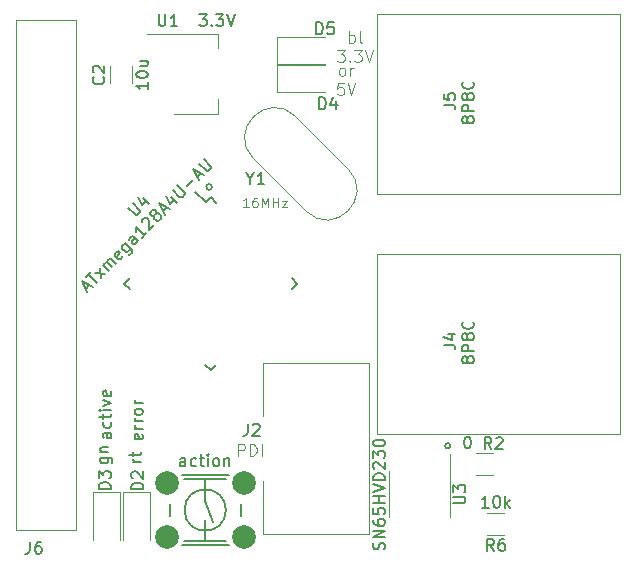
<source format=gbr>
%TF.GenerationSoftware,KiCad,Pcbnew,6.0.11-2627ca5db0~126~ubuntu20.04.1*%
%TF.CreationDate,2023-09-03T18:12:03+02:00*%
%TF.ProjectId,sboxnet-modul,73626f78-6e65-4742-9d6d-6f64756c2e6b,rev?*%
%TF.SameCoordinates,Original*%
%TF.FileFunction,Legend,Top*%
%TF.FilePolarity,Positive*%
%FSLAX46Y46*%
G04 Gerber Fmt 4.6, Leading zero omitted, Abs format (unit mm)*
G04 Created by KiCad (PCBNEW 6.0.11-2627ca5db0~126~ubuntu20.04.1) date 2023-09-03 18:12:03*
%MOMM*%
%LPD*%
G01*
G04 APERTURE LIST*
%ADD10C,0.150000*%
%ADD11C,0.100000*%
%ADD12C,0.120000*%
%ADD13C,2.000000*%
G04 APERTURE END LIST*
D10*
X92791776Y-90855800D02*
G75*
G03*
X92791776Y-90855800I-234176J0D01*
G01*
X113010176Y-112776000D02*
G75*
G03*
X113010176Y-112776000I-234176J0D01*
G01*
D11*
X104425809Y-78641380D02*
X104425809Y-77641380D01*
X104425809Y-78022333D02*
X104521047Y-77974714D01*
X104711523Y-77974714D01*
X104806761Y-78022333D01*
X104854380Y-78069952D01*
X104902000Y-78165190D01*
X104902000Y-78450904D01*
X104854380Y-78546142D01*
X104806761Y-78593761D01*
X104711523Y-78641380D01*
X104521047Y-78641380D01*
X104425809Y-78593761D01*
X105473428Y-78641380D02*
X105378190Y-78593761D01*
X105330571Y-78498523D01*
X105330571Y-77641380D01*
X103425809Y-79251380D02*
X104044857Y-79251380D01*
X103711523Y-79632333D01*
X103854380Y-79632333D01*
X103949619Y-79679952D01*
X103997238Y-79727571D01*
X104044857Y-79822809D01*
X104044857Y-80060904D01*
X103997238Y-80156142D01*
X103949619Y-80203761D01*
X103854380Y-80251380D01*
X103568666Y-80251380D01*
X103473428Y-80203761D01*
X103425809Y-80156142D01*
X104473428Y-80156142D02*
X104521047Y-80203761D01*
X104473428Y-80251380D01*
X104425809Y-80203761D01*
X104473428Y-80156142D01*
X104473428Y-80251380D01*
X104854380Y-79251380D02*
X105473428Y-79251380D01*
X105140095Y-79632333D01*
X105282952Y-79632333D01*
X105378190Y-79679952D01*
X105425809Y-79727571D01*
X105473428Y-79822809D01*
X105473428Y-80060904D01*
X105425809Y-80156142D01*
X105378190Y-80203761D01*
X105282952Y-80251380D01*
X104997238Y-80251380D01*
X104902000Y-80203761D01*
X104854380Y-80156142D01*
X105759142Y-79251380D02*
X106092476Y-80251380D01*
X106425809Y-79251380D01*
X103759047Y-81435380D02*
X103663809Y-81387761D01*
X103616190Y-81340142D01*
X103568571Y-81244904D01*
X103568571Y-80959190D01*
X103616190Y-80863952D01*
X103663809Y-80816333D01*
X103759047Y-80768714D01*
X103901904Y-80768714D01*
X103997142Y-80816333D01*
X104044761Y-80863952D01*
X104092380Y-80959190D01*
X104092380Y-81244904D01*
X104044761Y-81340142D01*
X103997142Y-81387761D01*
X103901904Y-81435380D01*
X103759047Y-81435380D01*
X104520952Y-81435380D02*
X104520952Y-80768714D01*
X104520952Y-80959190D02*
X104568571Y-80863952D01*
X104616190Y-80816333D01*
X104711428Y-80768714D01*
X104806666Y-80768714D01*
X103949523Y-82045380D02*
X103473333Y-82045380D01*
X103425714Y-82521571D01*
X103473333Y-82473952D01*
X103568571Y-82426333D01*
X103806666Y-82426333D01*
X103901904Y-82473952D01*
X103949523Y-82521571D01*
X103997142Y-82616809D01*
X103997142Y-82854904D01*
X103949523Y-82950142D01*
X103901904Y-82997761D01*
X103806666Y-83045380D01*
X103568571Y-83045380D01*
X103473333Y-82997761D01*
X103425714Y-82950142D01*
X104282857Y-82045380D02*
X104616190Y-83045380D01*
X104949523Y-82045380D01*
D10*
X83351714Y-113776095D02*
X84161238Y-113776095D01*
X84256476Y-113823714D01*
X84304095Y-113871333D01*
X84351714Y-113966571D01*
X84351714Y-114109428D01*
X84304095Y-114204666D01*
X83970761Y-113776095D02*
X84018380Y-113871333D01*
X84018380Y-114061809D01*
X83970761Y-114157047D01*
X83923142Y-114204666D01*
X83827904Y-114252285D01*
X83542190Y-114252285D01*
X83446952Y-114204666D01*
X83399333Y-114157047D01*
X83351714Y-114061809D01*
X83351714Y-113871333D01*
X83399333Y-113776095D01*
X83351714Y-113299904D02*
X84018380Y-113299904D01*
X83446952Y-113299904D02*
X83399333Y-113252285D01*
X83351714Y-113157047D01*
X83351714Y-113014190D01*
X83399333Y-112918952D01*
X83494571Y-112871333D01*
X84018380Y-112871333D01*
D11*
X95012000Y-113609380D02*
X95012000Y-112609380D01*
X95392952Y-112609380D01*
X95488190Y-112657000D01*
X95535809Y-112704619D01*
X95583428Y-112799857D01*
X95583428Y-112942714D01*
X95535809Y-113037952D01*
X95488190Y-113085571D01*
X95392952Y-113133190D01*
X95012000Y-113133190D01*
X96012000Y-113609380D02*
X96012000Y-112609380D01*
X96250095Y-112609380D01*
X96392952Y-112657000D01*
X96488190Y-112752238D01*
X96535809Y-112847476D01*
X96583428Y-113037952D01*
X96583428Y-113180809D01*
X96535809Y-113371285D01*
X96488190Y-113466523D01*
X96392952Y-113561761D01*
X96250095Y-113609380D01*
X96012000Y-113609380D01*
X97012000Y-113609380D02*
X97012000Y-112609380D01*
D10*
X86891761Y-111807476D02*
X86939380Y-111902714D01*
X86939380Y-112093190D01*
X86891761Y-112188428D01*
X86796523Y-112236047D01*
X86415571Y-112236047D01*
X86320333Y-112188428D01*
X86272714Y-112093190D01*
X86272714Y-111902714D01*
X86320333Y-111807476D01*
X86415571Y-111759857D01*
X86510809Y-111759857D01*
X86606047Y-112236047D01*
X86939380Y-111331285D02*
X86272714Y-111331285D01*
X86463190Y-111331285D02*
X86367952Y-111283666D01*
X86320333Y-111236047D01*
X86272714Y-111140809D01*
X86272714Y-111045571D01*
X86939380Y-110712238D02*
X86272714Y-110712238D01*
X86463190Y-110712238D02*
X86367952Y-110664619D01*
X86320333Y-110617000D01*
X86272714Y-110521761D01*
X86272714Y-110426523D01*
X86939380Y-109950333D02*
X86891761Y-110045571D01*
X86844142Y-110093190D01*
X86748904Y-110140809D01*
X86463190Y-110140809D01*
X86367952Y-110093190D01*
X86320333Y-110045571D01*
X86272714Y-109950333D01*
X86272714Y-109807476D01*
X86320333Y-109712238D01*
X86367952Y-109664619D01*
X86463190Y-109617000D01*
X86748904Y-109617000D01*
X86844142Y-109664619D01*
X86891761Y-109712238D01*
X86939380Y-109807476D01*
X86939380Y-109950333D01*
X86939380Y-109188428D02*
X86272714Y-109188428D01*
X86463190Y-109188428D02*
X86367952Y-109140809D01*
X86320333Y-109093190D01*
X86272714Y-108997952D01*
X86272714Y-108902714D01*
X84272380Y-111656619D02*
X83748571Y-111656619D01*
X83653333Y-111704238D01*
X83605714Y-111799476D01*
X83605714Y-111989952D01*
X83653333Y-112085190D01*
X84224761Y-111656619D02*
X84272380Y-111751857D01*
X84272380Y-111989952D01*
X84224761Y-112085190D01*
X84129523Y-112132809D01*
X84034285Y-112132809D01*
X83939047Y-112085190D01*
X83891428Y-111989952D01*
X83891428Y-111751857D01*
X83843809Y-111656619D01*
X84224761Y-110751857D02*
X84272380Y-110847095D01*
X84272380Y-111037571D01*
X84224761Y-111132809D01*
X84177142Y-111180428D01*
X84081904Y-111228047D01*
X83796190Y-111228047D01*
X83700952Y-111180428D01*
X83653333Y-111132809D01*
X83605714Y-111037571D01*
X83605714Y-110847095D01*
X83653333Y-110751857D01*
X83605714Y-110466142D02*
X83605714Y-110085190D01*
X83272380Y-110323285D02*
X84129523Y-110323285D01*
X84224761Y-110275666D01*
X84272380Y-110180428D01*
X84272380Y-110085190D01*
X84272380Y-109751857D02*
X83605714Y-109751857D01*
X83272380Y-109751857D02*
X83320000Y-109799476D01*
X83367619Y-109751857D01*
X83320000Y-109704238D01*
X83272380Y-109751857D01*
X83367619Y-109751857D01*
X83605714Y-109370904D02*
X84272380Y-109132809D01*
X83605714Y-108894714D01*
X84224761Y-108132809D02*
X84272380Y-108228047D01*
X84272380Y-108418523D01*
X84224761Y-108513761D01*
X84129523Y-108561380D01*
X83748571Y-108561380D01*
X83653333Y-108513761D01*
X83605714Y-108418523D01*
X83605714Y-108228047D01*
X83653333Y-108132809D01*
X83748571Y-108085190D01*
X83843809Y-108085190D01*
X83939047Y-108561380D01*
D11*
X95929619Y-92563904D02*
X95472476Y-92563904D01*
X95701047Y-92563904D02*
X95701047Y-91763904D01*
X95624857Y-91878190D01*
X95548666Y-91954380D01*
X95472476Y-91992476D01*
X96615333Y-91763904D02*
X96462952Y-91763904D01*
X96386761Y-91802000D01*
X96348666Y-91840095D01*
X96272476Y-91954380D01*
X96234380Y-92106761D01*
X96234380Y-92411523D01*
X96272476Y-92487714D01*
X96310571Y-92525809D01*
X96386761Y-92563904D01*
X96539142Y-92563904D01*
X96615333Y-92525809D01*
X96653428Y-92487714D01*
X96691523Y-92411523D01*
X96691523Y-92221047D01*
X96653428Y-92144857D01*
X96615333Y-92106761D01*
X96539142Y-92068666D01*
X96386761Y-92068666D01*
X96310571Y-92106761D01*
X96272476Y-92144857D01*
X96234380Y-92221047D01*
X97034380Y-92563904D02*
X97034380Y-91763904D01*
X97301047Y-92335333D01*
X97567714Y-91763904D01*
X97567714Y-92563904D01*
X97948666Y-92563904D02*
X97948666Y-91763904D01*
X97948666Y-92144857D02*
X98405809Y-92144857D01*
X98405809Y-92563904D02*
X98405809Y-91763904D01*
X98710571Y-92030571D02*
X99129619Y-92030571D01*
X98710571Y-92563904D01*
X99129619Y-92563904D01*
D10*
X90559142Y-114498380D02*
X90559142Y-113974571D01*
X90511523Y-113879333D01*
X90416285Y-113831714D01*
X90225809Y-113831714D01*
X90130571Y-113879333D01*
X90559142Y-114450761D02*
X90463904Y-114498380D01*
X90225809Y-114498380D01*
X90130571Y-114450761D01*
X90082952Y-114355523D01*
X90082952Y-114260285D01*
X90130571Y-114165047D01*
X90225809Y-114117428D01*
X90463904Y-114117428D01*
X90559142Y-114069809D01*
X91463904Y-114450761D02*
X91368666Y-114498380D01*
X91178190Y-114498380D01*
X91082952Y-114450761D01*
X91035333Y-114403142D01*
X90987714Y-114307904D01*
X90987714Y-114022190D01*
X91035333Y-113926952D01*
X91082952Y-113879333D01*
X91178190Y-113831714D01*
X91368666Y-113831714D01*
X91463904Y-113879333D01*
X91749619Y-113831714D02*
X92130571Y-113831714D01*
X91892476Y-113498380D02*
X91892476Y-114355523D01*
X91940095Y-114450761D01*
X92035333Y-114498380D01*
X92130571Y-114498380D01*
X92463904Y-114498380D02*
X92463904Y-113831714D01*
X92463904Y-113498380D02*
X92416285Y-113546000D01*
X92463904Y-113593619D01*
X92511523Y-113546000D01*
X92463904Y-113498380D01*
X92463904Y-113593619D01*
X93082952Y-114498380D02*
X92987714Y-114450761D01*
X92940095Y-114403142D01*
X92892476Y-114307904D01*
X92892476Y-114022190D01*
X92940095Y-113926952D01*
X92987714Y-113879333D01*
X93082952Y-113831714D01*
X93225809Y-113831714D01*
X93321047Y-113879333D01*
X93368666Y-113926952D01*
X93416285Y-114022190D01*
X93416285Y-114307904D01*
X93368666Y-114403142D01*
X93321047Y-114450761D01*
X93225809Y-114498380D01*
X93082952Y-114498380D01*
X93844857Y-113831714D02*
X93844857Y-114498380D01*
X93844857Y-113926952D02*
X93892476Y-113879333D01*
X93987714Y-113831714D01*
X94130571Y-113831714D01*
X94225809Y-113879333D01*
X94273428Y-113974571D01*
X94273428Y-114498380D01*
X86812380Y-114149142D02*
X86145714Y-114149142D01*
X86336190Y-114149142D02*
X86240952Y-114101523D01*
X86193333Y-114053904D01*
X86145714Y-113958666D01*
X86145714Y-113863428D01*
X86145714Y-113672952D02*
X86145714Y-113292000D01*
X85812380Y-113530095D02*
X86669523Y-113530095D01*
X86764761Y-113482476D01*
X86812380Y-113387238D01*
X86812380Y-113292000D01*
X77390666Y-120896380D02*
X77390666Y-121610666D01*
X77343047Y-121753523D01*
X77247809Y-121848761D01*
X77104952Y-121896380D01*
X77009714Y-121896380D01*
X78295428Y-120896380D02*
X78104952Y-120896380D01*
X78009714Y-120944000D01*
X77962095Y-120991619D01*
X77866857Y-121134476D01*
X77819238Y-121324952D01*
X77819238Y-121705904D01*
X77866857Y-121801142D01*
X77914476Y-121848761D01*
X78009714Y-121896380D01*
X78200190Y-121896380D01*
X78295428Y-121848761D01*
X78343047Y-121801142D01*
X78390666Y-121705904D01*
X78390666Y-121467809D01*
X78343047Y-121372571D01*
X78295428Y-121324952D01*
X78200190Y-121277333D01*
X78009714Y-121277333D01*
X77914476Y-121324952D01*
X77866857Y-121372571D01*
X77819238Y-121467809D01*
X95831066Y-110907580D02*
X95831066Y-111621866D01*
X95783447Y-111764723D01*
X95688209Y-111859961D01*
X95545352Y-111907580D01*
X95450114Y-111907580D01*
X96259638Y-111002819D02*
X96307257Y-110955200D01*
X96402495Y-110907580D01*
X96640590Y-110907580D01*
X96735828Y-110955200D01*
X96783447Y-111002819D01*
X96831066Y-111098057D01*
X96831066Y-111193295D01*
X96783447Y-111336152D01*
X96212019Y-111907580D01*
X96831066Y-111907580D01*
X88297142Y-76232380D02*
X88297142Y-77041904D01*
X88344761Y-77137142D01*
X88392380Y-77184761D01*
X88487619Y-77232380D01*
X88678095Y-77232380D01*
X88773333Y-77184761D01*
X88820952Y-77137142D01*
X88868571Y-77041904D01*
X88868571Y-76232380D01*
X89868571Y-77232380D02*
X89297142Y-77232380D01*
X89582857Y-77232380D02*
X89582857Y-76232380D01*
X89487619Y-76375238D01*
X89392380Y-76470476D01*
X89297142Y-76518095D01*
X91725714Y-76232380D02*
X92344761Y-76232380D01*
X92011428Y-76613333D01*
X92154285Y-76613333D01*
X92249523Y-76660952D01*
X92297142Y-76708571D01*
X92344761Y-76803809D01*
X92344761Y-77041904D01*
X92297142Y-77137142D01*
X92249523Y-77184761D01*
X92154285Y-77232380D01*
X91868571Y-77232380D01*
X91773333Y-77184761D01*
X91725714Y-77137142D01*
X92773333Y-77137142D02*
X92820952Y-77184761D01*
X92773333Y-77232380D01*
X92725714Y-77184761D01*
X92773333Y-77137142D01*
X92773333Y-77232380D01*
X93154285Y-76232380D02*
X93773333Y-76232380D01*
X93439999Y-76613333D01*
X93582857Y-76613333D01*
X93678095Y-76660952D01*
X93725714Y-76708571D01*
X93773333Y-76803809D01*
X93773333Y-77041904D01*
X93725714Y-77137142D01*
X93678095Y-77184761D01*
X93582857Y-77232380D01*
X93297142Y-77232380D01*
X93201904Y-77184761D01*
X93154285Y-77137142D01*
X94059047Y-76232380D02*
X94392380Y-77232380D01*
X94725714Y-76232380D01*
X112421420Y-104226953D02*
X113135706Y-104226953D01*
X113278563Y-104274572D01*
X113373801Y-104369810D01*
X113421420Y-104512667D01*
X113421420Y-104607905D01*
X112754754Y-103322191D02*
X113421420Y-103322191D01*
X112373801Y-103560286D02*
X113088087Y-103798381D01*
X113088087Y-103179334D01*
X114417172Y-105584428D02*
X114369553Y-105679666D01*
X114321934Y-105727285D01*
X114226696Y-105774904D01*
X114179077Y-105774904D01*
X114083839Y-105727285D01*
X114036220Y-105679666D01*
X113988600Y-105584428D01*
X113988600Y-105393952D01*
X114036220Y-105298714D01*
X114083839Y-105251095D01*
X114179077Y-105203476D01*
X114226696Y-105203476D01*
X114321934Y-105251095D01*
X114369553Y-105298714D01*
X114417172Y-105393952D01*
X114417172Y-105584428D01*
X114464791Y-105679666D01*
X114512410Y-105727285D01*
X114607648Y-105774904D01*
X114798124Y-105774904D01*
X114893362Y-105727285D01*
X114940981Y-105679666D01*
X114988600Y-105584428D01*
X114988600Y-105393952D01*
X114940981Y-105298714D01*
X114893362Y-105251095D01*
X114798124Y-105203476D01*
X114607648Y-105203476D01*
X114512410Y-105251095D01*
X114464791Y-105298714D01*
X114417172Y-105393952D01*
X114988600Y-104774904D02*
X113988600Y-104774904D01*
X113988600Y-104393952D01*
X114036220Y-104298714D01*
X114083839Y-104251095D01*
X114179077Y-104203476D01*
X114321934Y-104203476D01*
X114417172Y-104251095D01*
X114464791Y-104298714D01*
X114512410Y-104393952D01*
X114512410Y-104774904D01*
X114417172Y-103632047D02*
X114369553Y-103727285D01*
X114321934Y-103774904D01*
X114226696Y-103822523D01*
X114179077Y-103822523D01*
X114083839Y-103774904D01*
X114036220Y-103727285D01*
X113988600Y-103632047D01*
X113988600Y-103441571D01*
X114036220Y-103346333D01*
X114083839Y-103298714D01*
X114179077Y-103251095D01*
X114226696Y-103251095D01*
X114321934Y-103298714D01*
X114369553Y-103346333D01*
X114417172Y-103441571D01*
X114417172Y-103632047D01*
X114464791Y-103727285D01*
X114512410Y-103774904D01*
X114607648Y-103822523D01*
X114798124Y-103822523D01*
X114893362Y-103774904D01*
X114940981Y-103727285D01*
X114988600Y-103632047D01*
X114988600Y-103441571D01*
X114940981Y-103346333D01*
X114893362Y-103298714D01*
X114798124Y-103251095D01*
X114607648Y-103251095D01*
X114512410Y-103298714D01*
X114464791Y-103346333D01*
X114417172Y-103441571D01*
X114893362Y-102251095D02*
X114940981Y-102298714D01*
X114988600Y-102441571D01*
X114988600Y-102536809D01*
X114940981Y-102679666D01*
X114845743Y-102774904D01*
X114750505Y-102822523D01*
X114560029Y-102870142D01*
X114417172Y-102870142D01*
X114226696Y-102822523D01*
X114131458Y-102774904D01*
X114036220Y-102679666D01*
X113988600Y-102536809D01*
X113988600Y-102441571D01*
X114036220Y-102298714D01*
X114083839Y-102251095D01*
X112421420Y-83906953D02*
X113135706Y-83906953D01*
X113278563Y-83954572D01*
X113373801Y-84049810D01*
X113421420Y-84192667D01*
X113421420Y-84287905D01*
X112421420Y-82954572D02*
X112421420Y-83430762D01*
X112897611Y-83478381D01*
X112849992Y-83430762D01*
X112802373Y-83335524D01*
X112802373Y-83097429D01*
X112849992Y-83002191D01*
X112897611Y-82954572D01*
X112992849Y-82906953D01*
X113230944Y-82906953D01*
X113326182Y-82954572D01*
X113373801Y-83002191D01*
X113421420Y-83097429D01*
X113421420Y-83335524D01*
X113373801Y-83430762D01*
X113326182Y-83478381D01*
X114417172Y-85264428D02*
X114369553Y-85359666D01*
X114321934Y-85407285D01*
X114226696Y-85454904D01*
X114179077Y-85454904D01*
X114083839Y-85407285D01*
X114036220Y-85359666D01*
X113988600Y-85264428D01*
X113988600Y-85073952D01*
X114036220Y-84978714D01*
X114083839Y-84931095D01*
X114179077Y-84883476D01*
X114226696Y-84883476D01*
X114321934Y-84931095D01*
X114369553Y-84978714D01*
X114417172Y-85073952D01*
X114417172Y-85264428D01*
X114464791Y-85359666D01*
X114512410Y-85407285D01*
X114607648Y-85454904D01*
X114798124Y-85454904D01*
X114893362Y-85407285D01*
X114940981Y-85359666D01*
X114988600Y-85264428D01*
X114988600Y-85073952D01*
X114940981Y-84978714D01*
X114893362Y-84931095D01*
X114798124Y-84883476D01*
X114607648Y-84883476D01*
X114512410Y-84931095D01*
X114464791Y-84978714D01*
X114417172Y-85073952D01*
X114988600Y-84454904D02*
X113988600Y-84454904D01*
X113988600Y-84073952D01*
X114036220Y-83978714D01*
X114083839Y-83931095D01*
X114179077Y-83883476D01*
X114321934Y-83883476D01*
X114417172Y-83931095D01*
X114464791Y-83978714D01*
X114512410Y-84073952D01*
X114512410Y-84454904D01*
X114417172Y-83312047D02*
X114369553Y-83407285D01*
X114321934Y-83454904D01*
X114226696Y-83502523D01*
X114179077Y-83502523D01*
X114083839Y-83454904D01*
X114036220Y-83407285D01*
X113988600Y-83312047D01*
X113988600Y-83121571D01*
X114036220Y-83026333D01*
X114083839Y-82978714D01*
X114179077Y-82931095D01*
X114226696Y-82931095D01*
X114321934Y-82978714D01*
X114369553Y-83026333D01*
X114417172Y-83121571D01*
X114417172Y-83312047D01*
X114464791Y-83407285D01*
X114512410Y-83454904D01*
X114607648Y-83502523D01*
X114798124Y-83502523D01*
X114893362Y-83454904D01*
X114940981Y-83407285D01*
X114988600Y-83312047D01*
X114988600Y-83121571D01*
X114940981Y-83026333D01*
X114893362Y-82978714D01*
X114798124Y-82931095D01*
X114607648Y-82931095D01*
X114512410Y-82978714D01*
X114464791Y-83026333D01*
X114417172Y-83121571D01*
X114893362Y-81931095D02*
X114940981Y-81978714D01*
X114988600Y-82121571D01*
X114988600Y-82216809D01*
X114940981Y-82359666D01*
X114845743Y-82454904D01*
X114750505Y-82502523D01*
X114560029Y-82550142D01*
X114417172Y-82550142D01*
X114226696Y-82502523D01*
X114131458Y-82454904D01*
X114036220Y-82359666D01*
X113988600Y-82216809D01*
X113988600Y-82121571D01*
X114036220Y-81978714D01*
X114083839Y-81931095D01*
X85688026Y-92607522D02*
X86260446Y-93179942D01*
X86361461Y-93213614D01*
X86428805Y-93213614D01*
X86529820Y-93179942D01*
X86664507Y-93045255D01*
X86698179Y-92944240D01*
X86698179Y-92876896D01*
X86664507Y-92775881D01*
X86092087Y-92203461D01*
X86967553Y-91799400D02*
X87438957Y-92270805D01*
X86529820Y-91698385D02*
X86866538Y-92371820D01*
X87304270Y-91934087D01*
X82097222Y-99494480D02*
X82433939Y-99157762D01*
X82231909Y-99763854D02*
X81760504Y-98821045D01*
X82703313Y-99292449D01*
X82130893Y-98450655D02*
X82534954Y-98046594D01*
X83040031Y-98955732D02*
X82332924Y-98248625D01*
X83410420Y-98585342D02*
X83309405Y-97743549D01*
X82939015Y-98113938D02*
X83780809Y-98214953D01*
X84050183Y-97945579D02*
X83578779Y-97474175D01*
X83646122Y-97541518D02*
X83646122Y-97474175D01*
X83679794Y-97373159D01*
X83780809Y-97272144D01*
X83881824Y-97238472D01*
X83982840Y-97272144D01*
X84353229Y-97642533D01*
X83982840Y-97272144D02*
X83949168Y-97171129D01*
X83982840Y-97070114D01*
X84083855Y-96969098D01*
X84184870Y-96935427D01*
X84285885Y-96969098D01*
X84656275Y-97339488D01*
X85228694Y-96699724D02*
X85195023Y-96800740D01*
X85060336Y-96935427D01*
X84959320Y-96969098D01*
X84858305Y-96935427D01*
X84588931Y-96666053D01*
X84555259Y-96565037D01*
X84588931Y-96464022D01*
X84723618Y-96329335D01*
X84824633Y-96295663D01*
X84925649Y-96329335D01*
X84992992Y-96396679D01*
X84723618Y-96800740D01*
X85430725Y-95622228D02*
X86003145Y-96194648D01*
X86036816Y-96295663D01*
X86036816Y-96363007D01*
X86003145Y-96464022D01*
X85902129Y-96565037D01*
X85801114Y-96598709D01*
X85868458Y-96059961D02*
X85834786Y-96160976D01*
X85700099Y-96295663D01*
X85599084Y-96329335D01*
X85531740Y-96329335D01*
X85430725Y-96295663D01*
X85228694Y-96093633D01*
X85195023Y-95992618D01*
X85195023Y-95925274D01*
X85228694Y-95824259D01*
X85363381Y-95689572D01*
X85464397Y-95655900D01*
X86541893Y-95453870D02*
X86171503Y-95083480D01*
X86070488Y-95049809D01*
X85969473Y-95083480D01*
X85834786Y-95218167D01*
X85801114Y-95319183D01*
X86508221Y-95420198D02*
X86474549Y-95521213D01*
X86306190Y-95689572D01*
X86205175Y-95723244D01*
X86104160Y-95689572D01*
X86036816Y-95622228D01*
X86003145Y-95521213D01*
X86036816Y-95420198D01*
X86205175Y-95251839D01*
X86238847Y-95150824D01*
X87249000Y-94746763D02*
X86844938Y-95150824D01*
X87046969Y-94948793D02*
X86339862Y-94241687D01*
X86373534Y-94410045D01*
X86373534Y-94544732D01*
X86339862Y-94645748D01*
X86878610Y-93837625D02*
X86878610Y-93770282D01*
X86912282Y-93669267D01*
X87080641Y-93500908D01*
X87181656Y-93467236D01*
X87248999Y-93467236D01*
X87350015Y-93500908D01*
X87417358Y-93568251D01*
X87484702Y-93702938D01*
X87484702Y-94511061D01*
X87922435Y-94073328D01*
X87922435Y-93265206D02*
X87821419Y-93298877D01*
X87754076Y-93298877D01*
X87653061Y-93265206D01*
X87619389Y-93231534D01*
X87585717Y-93130519D01*
X87585717Y-93063175D01*
X87619389Y-92962160D01*
X87754076Y-92827473D01*
X87855091Y-92793801D01*
X87922435Y-92793801D01*
X88023450Y-92827473D01*
X88057122Y-92861145D01*
X88090793Y-92962160D01*
X88090793Y-93029503D01*
X88057122Y-93130519D01*
X87922435Y-93265206D01*
X87888763Y-93366221D01*
X87888763Y-93433564D01*
X87922435Y-93534580D01*
X88057122Y-93669267D01*
X88158137Y-93702938D01*
X88225480Y-93702938D01*
X88326496Y-93669267D01*
X88461183Y-93534580D01*
X88494854Y-93433564D01*
X88494854Y-93366221D01*
X88461183Y-93265206D01*
X88326496Y-93130519D01*
X88225480Y-93096847D01*
X88158137Y-93096847D01*
X88057122Y-93130519D01*
X88663213Y-92928488D02*
X88999931Y-92591771D01*
X88797900Y-93197862D02*
X88326496Y-92255053D01*
X89269305Y-92726458D01*
X89336648Y-91716305D02*
X89808053Y-92187710D01*
X88898915Y-91615290D02*
X89235633Y-92288725D01*
X89673366Y-91850992D01*
X89471335Y-91110214D02*
X90043755Y-91682633D01*
X90144770Y-91716305D01*
X90212114Y-91716305D01*
X90313129Y-91682633D01*
X90447816Y-91547946D01*
X90481488Y-91446931D01*
X90481488Y-91379588D01*
X90447816Y-91278572D01*
X89875396Y-90706153D01*
X90649846Y-90807168D02*
X91188594Y-90268420D01*
X91558984Y-90032718D02*
X91895701Y-89696000D01*
X91693671Y-90302092D02*
X91222266Y-89359283D01*
X92165075Y-89830687D01*
X91693671Y-88887878D02*
X92266090Y-89460298D01*
X92367106Y-89493970D01*
X92434449Y-89493970D01*
X92535464Y-89460298D01*
X92670151Y-89325611D01*
X92703823Y-89224596D01*
X92703823Y-89157252D01*
X92670151Y-89056237D01*
X92097732Y-88483817D01*
X84221580Y-116435095D02*
X83221580Y-116435095D01*
X83221580Y-116197000D01*
X83269200Y-116054142D01*
X83364438Y-115958904D01*
X83459676Y-115911285D01*
X83650152Y-115863666D01*
X83793009Y-115863666D01*
X83983485Y-115911285D01*
X84078723Y-115958904D01*
X84173961Y-116054142D01*
X84221580Y-116197000D01*
X84221580Y-116435095D01*
X83221580Y-115530333D02*
X83221580Y-114911285D01*
X83602533Y-115244619D01*
X83602533Y-115101761D01*
X83650152Y-115006523D01*
X83697771Y-114958904D01*
X83793009Y-114911285D01*
X84031104Y-114911285D01*
X84126342Y-114958904D01*
X84173961Y-115006523D01*
X84221580Y-115101761D01*
X84221580Y-115387476D01*
X84173961Y-115482714D01*
X84126342Y-115530333D01*
X101877904Y-84272380D02*
X101877904Y-83272380D01*
X102116000Y-83272380D01*
X102258857Y-83320000D01*
X102354095Y-83415238D01*
X102401714Y-83510476D01*
X102449333Y-83700952D01*
X102449333Y-83843809D01*
X102401714Y-84034285D01*
X102354095Y-84129523D01*
X102258857Y-84224761D01*
X102116000Y-84272380D01*
X101877904Y-84272380D01*
X103306476Y-83605714D02*
X103306476Y-84272380D01*
X103068380Y-83224761D02*
X102830285Y-83939047D01*
X103449333Y-83939047D01*
X83597142Y-81535166D02*
X83644761Y-81582785D01*
X83692380Y-81725642D01*
X83692380Y-81820880D01*
X83644761Y-81963738D01*
X83549523Y-82058976D01*
X83454285Y-82106595D01*
X83263809Y-82154214D01*
X83120952Y-82154214D01*
X82930476Y-82106595D01*
X82835238Y-82058976D01*
X82740000Y-81963738D01*
X82692380Y-81820880D01*
X82692380Y-81725642D01*
X82740000Y-81582785D01*
X82787619Y-81535166D01*
X82787619Y-81154214D02*
X82740000Y-81106595D01*
X82692380Y-81011357D01*
X82692380Y-80773261D01*
X82740000Y-80678023D01*
X82787619Y-80630404D01*
X82882857Y-80582785D01*
X82978095Y-80582785D01*
X83120952Y-80630404D01*
X83692380Y-81201833D01*
X83692380Y-80582785D01*
X87392380Y-82011357D02*
X87392380Y-82582785D01*
X87392380Y-82297071D02*
X86392380Y-82297071D01*
X86535238Y-82392309D01*
X86630476Y-82487547D01*
X86678095Y-82582785D01*
X86392380Y-81392309D02*
X86392380Y-81297071D01*
X86440000Y-81201833D01*
X86487619Y-81154214D01*
X86582857Y-81106595D01*
X86773333Y-81058976D01*
X87011428Y-81058976D01*
X87201904Y-81106595D01*
X87297142Y-81154214D01*
X87344761Y-81201833D01*
X87392380Y-81297071D01*
X87392380Y-81392309D01*
X87344761Y-81487547D01*
X87297142Y-81535166D01*
X87201904Y-81582785D01*
X87011428Y-81630404D01*
X86773333Y-81630404D01*
X86582857Y-81582785D01*
X86487619Y-81535166D01*
X86440000Y-81487547D01*
X86392380Y-81392309D01*
X86725714Y-80201833D02*
X87392380Y-80201833D01*
X86725714Y-80630404D02*
X87249523Y-80630404D01*
X87344761Y-80582785D01*
X87392380Y-80487547D01*
X87392380Y-80344690D01*
X87344761Y-80249452D01*
X87297142Y-80201833D01*
X96043809Y-90146190D02*
X96043809Y-90622380D01*
X95710476Y-89622380D02*
X96043809Y-90146190D01*
X96377142Y-89622380D01*
X97234285Y-90622380D02*
X96662857Y-90622380D01*
X96948571Y-90622380D02*
X96948571Y-89622380D01*
X96853333Y-89765238D01*
X96758095Y-89860476D01*
X96662857Y-89908095D01*
X101623904Y-77922380D02*
X101623904Y-76922380D01*
X101862000Y-76922380D01*
X102004857Y-76970000D01*
X102100095Y-77065238D01*
X102147714Y-77160476D01*
X102195333Y-77350952D01*
X102195333Y-77493809D01*
X102147714Y-77684285D01*
X102100095Y-77779523D01*
X102004857Y-77874761D01*
X101862000Y-77922380D01*
X101623904Y-77922380D01*
X103100095Y-76922380D02*
X102623904Y-76922380D01*
X102576285Y-77398571D01*
X102623904Y-77350952D01*
X102719142Y-77303333D01*
X102957238Y-77303333D01*
X103052476Y-77350952D01*
X103100095Y-77398571D01*
X103147714Y-77493809D01*
X103147714Y-77731904D01*
X103100095Y-77827142D01*
X103052476Y-77874761D01*
X102957238Y-77922380D01*
X102719142Y-77922380D01*
X102623904Y-77874761D01*
X102576285Y-77827142D01*
X116470133Y-113050580D02*
X116136800Y-112574390D01*
X115898704Y-113050580D02*
X115898704Y-112050580D01*
X116279657Y-112050580D01*
X116374895Y-112098200D01*
X116422514Y-112145819D01*
X116470133Y-112241057D01*
X116470133Y-112383914D01*
X116422514Y-112479152D01*
X116374895Y-112526771D01*
X116279657Y-112574390D01*
X115898704Y-112574390D01*
X116851085Y-112145819D02*
X116898704Y-112098200D01*
X116993942Y-112050580D01*
X117232038Y-112050580D01*
X117327276Y-112098200D01*
X117374895Y-112145819D01*
X117422514Y-112241057D01*
X117422514Y-112336295D01*
X117374895Y-112479152D01*
X116803466Y-113050580D01*
X117422514Y-113050580D01*
X114379380Y-111999780D02*
X114474619Y-111999780D01*
X114569857Y-112047400D01*
X114617476Y-112095019D01*
X114665095Y-112190257D01*
X114712714Y-112380733D01*
X114712714Y-112618828D01*
X114665095Y-112809304D01*
X114617476Y-112904542D01*
X114569857Y-112952161D01*
X114474619Y-112999780D01*
X114379380Y-112999780D01*
X114284142Y-112952161D01*
X114236523Y-112904542D01*
X114188904Y-112809304D01*
X114141285Y-112618828D01*
X114141285Y-112380733D01*
X114188904Y-112190257D01*
X114236523Y-112095019D01*
X114284142Y-112047400D01*
X114379380Y-111999780D01*
X86990180Y-116460495D02*
X85990180Y-116460495D01*
X85990180Y-116222400D01*
X86037800Y-116079542D01*
X86133038Y-115984304D01*
X86228276Y-115936685D01*
X86418752Y-115889066D01*
X86561609Y-115889066D01*
X86752085Y-115936685D01*
X86847323Y-115984304D01*
X86942561Y-116079542D01*
X86990180Y-116222400D01*
X86990180Y-116460495D01*
X86085419Y-115508114D02*
X86037800Y-115460495D01*
X85990180Y-115365257D01*
X85990180Y-115127161D01*
X86037800Y-115031923D01*
X86085419Y-114984304D01*
X86180657Y-114936685D01*
X86275895Y-114936685D01*
X86418752Y-114984304D01*
X86990180Y-115555733D01*
X86990180Y-114936685D01*
X116673333Y-121652380D02*
X116340000Y-121176190D01*
X116101904Y-121652380D02*
X116101904Y-120652380D01*
X116482857Y-120652380D01*
X116578095Y-120700000D01*
X116625714Y-120747619D01*
X116673333Y-120842857D01*
X116673333Y-120985714D01*
X116625714Y-121080952D01*
X116578095Y-121128571D01*
X116482857Y-121176190D01*
X116101904Y-121176190D01*
X117530476Y-120652380D02*
X117340000Y-120652380D01*
X117244761Y-120700000D01*
X117197142Y-120747619D01*
X117101904Y-120890476D01*
X117054285Y-121080952D01*
X117054285Y-121461904D01*
X117101904Y-121557142D01*
X117149523Y-121604761D01*
X117244761Y-121652380D01*
X117435238Y-121652380D01*
X117530476Y-121604761D01*
X117578095Y-121557142D01*
X117625714Y-121461904D01*
X117625714Y-121223809D01*
X117578095Y-121128571D01*
X117530476Y-121080952D01*
X117435238Y-121033333D01*
X117244761Y-121033333D01*
X117149523Y-121080952D01*
X117101904Y-121128571D01*
X117054285Y-121223809D01*
X116244761Y-118012380D02*
X115673333Y-118012380D01*
X115959047Y-118012380D02*
X115959047Y-117012380D01*
X115863809Y-117155238D01*
X115768571Y-117250476D01*
X115673333Y-117298095D01*
X116863809Y-117012380D02*
X116959047Y-117012380D01*
X117054285Y-117060000D01*
X117101904Y-117107619D01*
X117149523Y-117202857D01*
X117197142Y-117393333D01*
X117197142Y-117631428D01*
X117149523Y-117821904D01*
X117101904Y-117917142D01*
X117054285Y-117964761D01*
X116959047Y-118012380D01*
X116863809Y-118012380D01*
X116768571Y-117964761D01*
X116720952Y-117917142D01*
X116673333Y-117821904D01*
X116625714Y-117631428D01*
X116625714Y-117393333D01*
X116673333Y-117202857D01*
X116720952Y-117107619D01*
X116768571Y-117060000D01*
X116863809Y-117012380D01*
X117625714Y-118012380D02*
X117625714Y-117012380D01*
X117720952Y-117631428D02*
X118006666Y-118012380D01*
X118006666Y-117345714D02*
X117625714Y-117726666D01*
X113240780Y-117652704D02*
X114050304Y-117652704D01*
X114145542Y-117605085D01*
X114193161Y-117557466D01*
X114240780Y-117462228D01*
X114240780Y-117271752D01*
X114193161Y-117176514D01*
X114145542Y-117128895D01*
X114050304Y-117081276D01*
X113240780Y-117081276D01*
X113240780Y-116700323D02*
X113240780Y-116081276D01*
X113621733Y-116414609D01*
X113621733Y-116271752D01*
X113669352Y-116176514D01*
X113716971Y-116128895D01*
X113812209Y-116081276D01*
X114050304Y-116081276D01*
X114145542Y-116128895D01*
X114193161Y-116176514D01*
X114240780Y-116271752D01*
X114240780Y-116557466D01*
X114193161Y-116652704D01*
X114145542Y-116700323D01*
X107393161Y-121533657D02*
X107440780Y-121390800D01*
X107440780Y-121152704D01*
X107393161Y-121057466D01*
X107345542Y-121009847D01*
X107250304Y-120962228D01*
X107155066Y-120962228D01*
X107059828Y-121009847D01*
X107012209Y-121057466D01*
X106964590Y-121152704D01*
X106916971Y-121343180D01*
X106869352Y-121438419D01*
X106821733Y-121486038D01*
X106726495Y-121533657D01*
X106631257Y-121533657D01*
X106536019Y-121486038D01*
X106488400Y-121438419D01*
X106440780Y-121343180D01*
X106440780Y-121105085D01*
X106488400Y-120962228D01*
X107440780Y-120533657D02*
X106440780Y-120533657D01*
X107440780Y-119962228D01*
X106440780Y-119962228D01*
X106440780Y-119057466D02*
X106440780Y-119247942D01*
X106488400Y-119343180D01*
X106536019Y-119390800D01*
X106678876Y-119486038D01*
X106869352Y-119533657D01*
X107250304Y-119533657D01*
X107345542Y-119486038D01*
X107393161Y-119438419D01*
X107440780Y-119343180D01*
X107440780Y-119152704D01*
X107393161Y-119057466D01*
X107345542Y-119009847D01*
X107250304Y-118962228D01*
X107012209Y-118962228D01*
X106916971Y-119009847D01*
X106869352Y-119057466D01*
X106821733Y-119152704D01*
X106821733Y-119343180D01*
X106869352Y-119438419D01*
X106916971Y-119486038D01*
X107012209Y-119533657D01*
X106440780Y-118057466D02*
X106440780Y-118533657D01*
X106916971Y-118581276D01*
X106869352Y-118533657D01*
X106821733Y-118438419D01*
X106821733Y-118200323D01*
X106869352Y-118105085D01*
X106916971Y-118057466D01*
X107012209Y-118009847D01*
X107250304Y-118009847D01*
X107345542Y-118057466D01*
X107393161Y-118105085D01*
X107440780Y-118200323D01*
X107440780Y-118438419D01*
X107393161Y-118533657D01*
X107345542Y-118581276D01*
X107440780Y-117581276D02*
X106440780Y-117581276D01*
X106916971Y-117581276D02*
X106916971Y-117009847D01*
X107440780Y-117009847D02*
X106440780Y-117009847D01*
X106440780Y-116676514D02*
X107440780Y-116343180D01*
X106440780Y-116009847D01*
X107440780Y-115676514D02*
X106440780Y-115676514D01*
X106440780Y-115438419D01*
X106488400Y-115295561D01*
X106583638Y-115200323D01*
X106678876Y-115152704D01*
X106869352Y-115105085D01*
X107012209Y-115105085D01*
X107202685Y-115152704D01*
X107297923Y-115200323D01*
X107393161Y-115295561D01*
X107440780Y-115438419D01*
X107440780Y-115676514D01*
X106536019Y-114724133D02*
X106488400Y-114676514D01*
X106440780Y-114581276D01*
X106440780Y-114343180D01*
X106488400Y-114247942D01*
X106536019Y-114200323D01*
X106631257Y-114152704D01*
X106726495Y-114152704D01*
X106869352Y-114200323D01*
X107440780Y-114771752D01*
X107440780Y-114152704D01*
X106440780Y-113819371D02*
X106440780Y-113200323D01*
X106821733Y-113533657D01*
X106821733Y-113390800D01*
X106869352Y-113295561D01*
X106916971Y-113247942D01*
X107012209Y-113200323D01*
X107250304Y-113200323D01*
X107345542Y-113247942D01*
X107393161Y-113295561D01*
X107440780Y-113390800D01*
X107440780Y-113676514D01*
X107393161Y-113771752D01*
X107345542Y-113819371D01*
X106440780Y-112581276D02*
X106440780Y-112486038D01*
X106488400Y-112390800D01*
X106536019Y-112343180D01*
X106631257Y-112295561D01*
X106821733Y-112247942D01*
X107059828Y-112247942D01*
X107250304Y-112295561D01*
X107345542Y-112343180D01*
X107393161Y-112390800D01*
X107440780Y-112486038D01*
X107440780Y-112581276D01*
X107393161Y-112676514D01*
X107345542Y-112724133D01*
X107250304Y-112771752D01*
X107059828Y-112819371D01*
X106821733Y-112819371D01*
X106631257Y-112771752D01*
X106536019Y-112724133D01*
X106488400Y-112676514D01*
X106440780Y-112581276D01*
D12*
X76200000Y-119920000D02*
X76200000Y-76740000D01*
X81280000Y-119920000D02*
X76200000Y-119920000D01*
X81280000Y-76740000D02*
X81280000Y-119920000D01*
X76200000Y-76740000D02*
X81280000Y-76740000D01*
X97100000Y-118280000D02*
X97100000Y-120280000D01*
X97100000Y-110280000D02*
X97100000Y-105780000D01*
X104100000Y-105780000D02*
X106100000Y-105780000D01*
X97100000Y-120280000D02*
X106100000Y-120280000D01*
X97100000Y-118280000D02*
X97100000Y-115780000D01*
X97100000Y-105780000D02*
X104100000Y-105780000D01*
X106100000Y-105780000D02*
X106100000Y-118280000D01*
X106100000Y-120280000D02*
X106100000Y-118280000D01*
X93350000Y-84690000D02*
X93350000Y-83430000D01*
X93350000Y-77870000D02*
X93350000Y-79130000D01*
X87340000Y-77870000D02*
X93350000Y-77870000D01*
X89590000Y-84690000D02*
X93350000Y-84690000D01*
X106770000Y-111760000D02*
X106770000Y-96520000D01*
X127340000Y-111760000D02*
X127340000Y-96520000D01*
X106770000Y-96520000D02*
X127340000Y-96520000D01*
X127340000Y-111760000D02*
X106770000Y-111760000D01*
X127340000Y-91440000D02*
X127340000Y-76200000D01*
X106770000Y-76200000D02*
X127340000Y-76200000D01*
X106770000Y-91440000D02*
X106770000Y-76200000D01*
X127340000Y-91440000D02*
X106770000Y-91440000D01*
D10*
X94227400Y-121211600D02*
X90227400Y-121211600D01*
X93727400Y-120811600D02*
X90727400Y-120811600D01*
X92227400Y-120811600D02*
X92227400Y-119011600D01*
X93727400Y-115611600D02*
X94027400Y-115611600D01*
X92227400Y-115611600D02*
X92227400Y-117411600D01*
X90727400Y-115611600D02*
X93727400Y-115611600D01*
X92227400Y-117411600D02*
X92927400Y-119211600D01*
X90727400Y-120811600D02*
X90427400Y-120811600D01*
X89227400Y-118711600D02*
X89227400Y-117711600D01*
X94227400Y-115211600D02*
X90227400Y-115211600D01*
X95227400Y-118711600D02*
X95227400Y-117711600D01*
X93727400Y-120811600D02*
X94027400Y-120811600D01*
X90727400Y-115611600D02*
X90427400Y-115611600D01*
X93977400Y-118211600D02*
G75*
G03*
X93977400Y-118211600I-1750000J0D01*
G01*
X92710000Y-91741445D02*
X93187297Y-92218742D01*
X92303414Y-92148031D02*
X91401852Y-91246470D01*
X100028555Y-99060000D02*
X99551258Y-99537297D01*
X92710000Y-106378555D02*
X92232703Y-105901258D01*
X85391445Y-99060000D02*
X85868742Y-98582703D01*
X85391445Y-99060000D02*
X85868742Y-99537297D01*
X100028555Y-99060000D02*
X99551258Y-98582703D01*
X92710000Y-106378555D02*
X93187297Y-105901258D01*
X92710000Y-91741445D02*
X92303414Y-92148031D01*
D12*
X85005800Y-116716800D02*
X82735800Y-116716800D01*
X82735800Y-116716800D02*
X82735800Y-120776800D01*
X85005800Y-120776800D02*
X85005800Y-116716800D01*
X102361800Y-80526000D02*
X98301800Y-80526000D01*
X98301800Y-80526000D02*
X98301800Y-82796000D01*
X98301800Y-82796000D02*
X102361800Y-82796000D01*
X84180000Y-82079752D02*
X84180000Y-80657248D01*
X86000000Y-82079752D02*
X86000000Y-80657248D01*
X99898665Y-84897776D02*
X104318083Y-89317194D01*
X96327776Y-88468665D02*
X100747194Y-92888083D01*
X99898665Y-84897776D02*
G75*
G03*
X96327776Y-88468665I-1785444J-1785445D01*
G01*
X100747194Y-92888083D02*
G75*
G03*
X104318083Y-89317194I1785444J1785445D01*
G01*
X98301800Y-80433800D02*
X102361800Y-80433800D01*
X98301800Y-78163800D02*
X98301800Y-80433800D01*
X102361800Y-78163800D02*
X98301800Y-78163800D01*
X116577065Y-115210000D02*
X115122937Y-115210000D01*
X116577065Y-113390000D02*
X115122937Y-113390000D01*
X87520400Y-116716800D02*
X85250400Y-116716800D01*
X87520400Y-120776800D02*
X87520400Y-116716800D01*
X85250400Y-116716800D02*
X85250400Y-120776800D01*
X117567064Y-118470000D02*
X116112936Y-118470000D01*
X117567064Y-120290000D02*
X116112936Y-120290000D01*
X107828400Y-116890800D02*
X107828400Y-118840800D01*
X112948400Y-116890800D02*
X112948400Y-118840800D01*
X107828400Y-116890800D02*
X107828400Y-114940800D01*
X112948400Y-116890800D02*
X112948400Y-113440800D01*
D13*
X88977400Y-115961600D03*
X95477400Y-115961600D03*
X95477400Y-120461600D03*
X88977400Y-120461600D03*
M02*

</source>
